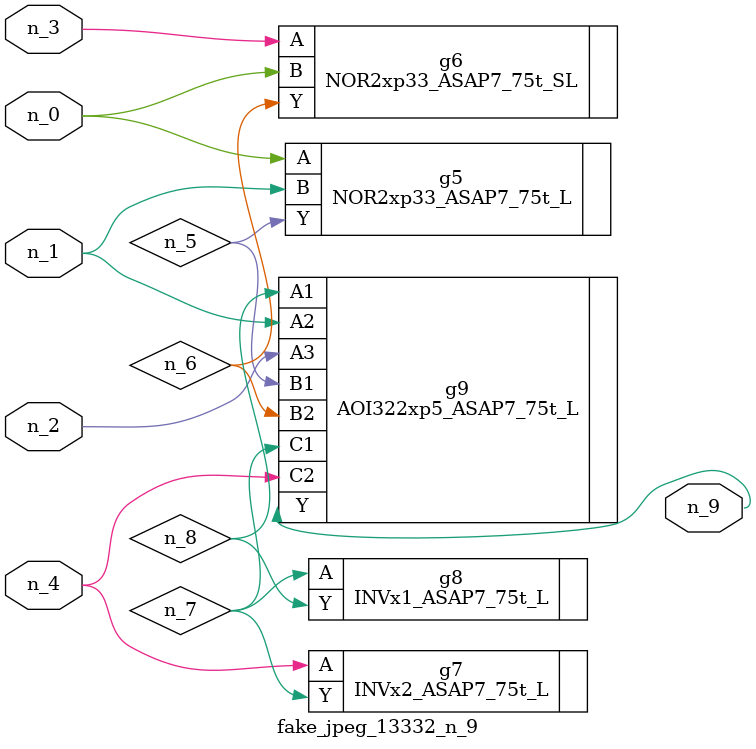
<source format=v>
module fake_jpeg_13332_n_9 (n_3, n_2, n_1, n_0, n_4, n_9);

input n_3;
input n_2;
input n_1;
input n_0;
input n_4;

output n_9;

wire n_8;
wire n_6;
wire n_5;
wire n_7;

NOR2xp33_ASAP7_75t_L g5 ( 
.A(n_0),
.B(n_1),
.Y(n_5)
);

NOR2xp33_ASAP7_75t_SL g6 ( 
.A(n_3),
.B(n_0),
.Y(n_6)
);

INVx2_ASAP7_75t_L g7 ( 
.A(n_4),
.Y(n_7)
);

INVx1_ASAP7_75t_L g8 ( 
.A(n_7),
.Y(n_8)
);

AOI322xp5_ASAP7_75t_L g9 ( 
.A1(n_8),
.A2(n_1),
.A3(n_2),
.B1(n_5),
.B2(n_6),
.C1(n_7),
.C2(n_4),
.Y(n_9)
);


endmodule
</source>
